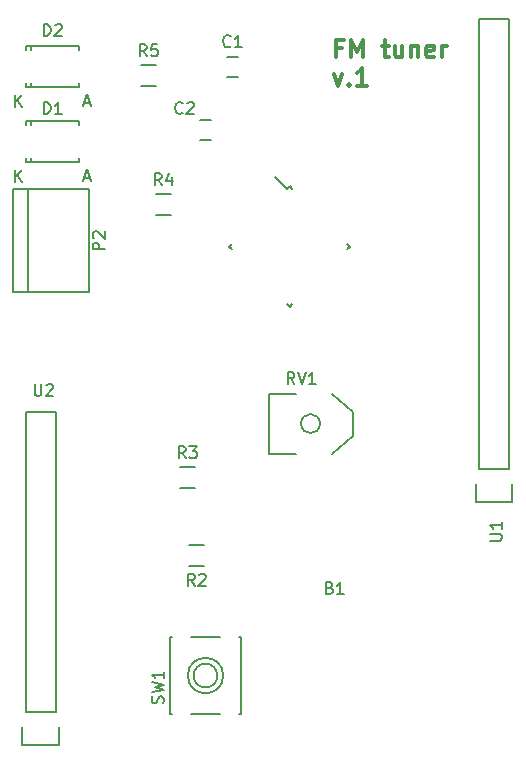
<source format=gbr>
G04 #@! TF.FileFunction,Legend,Top*
%FSLAX46Y46*%
G04 Gerber Fmt 4.6, Leading zero omitted, Abs format (unit mm)*
G04 Created by KiCad (PCBNEW 0.201508140901+6091~28~ubuntu14.04.1-product) date Sat 27 Feb 2016 11:06:28 PM EST*
%MOMM*%
G01*
G04 APERTURE LIST*
%ADD10C,0.100000*%
%ADD11C,0.300000*%
%ADD12C,0.150000*%
G04 APERTURE END LIST*
D10*
D11*
X45053143Y-22060857D02*
X44553143Y-22060857D01*
X44553143Y-22846571D02*
X44553143Y-21346571D01*
X45267429Y-21346571D01*
X45838857Y-22846571D02*
X45838857Y-21346571D01*
X46338857Y-22418000D01*
X46838857Y-21346571D01*
X46838857Y-22846571D01*
X48481714Y-21846571D02*
X49053143Y-21846571D01*
X48696000Y-21346571D02*
X48696000Y-22632286D01*
X48767428Y-22775143D01*
X48910286Y-22846571D01*
X49053143Y-22846571D01*
X50196000Y-21846571D02*
X50196000Y-22846571D01*
X49553143Y-21846571D02*
X49553143Y-22632286D01*
X49624571Y-22775143D01*
X49767429Y-22846571D01*
X49981714Y-22846571D01*
X50124571Y-22775143D01*
X50196000Y-22703714D01*
X50910286Y-21846571D02*
X50910286Y-22846571D01*
X50910286Y-21989429D02*
X50981714Y-21918000D01*
X51124572Y-21846571D01*
X51338857Y-21846571D01*
X51481714Y-21918000D01*
X51553143Y-22060857D01*
X51553143Y-22846571D01*
X52838857Y-22775143D02*
X52696000Y-22846571D01*
X52410286Y-22846571D01*
X52267429Y-22775143D01*
X52196000Y-22632286D01*
X52196000Y-22060857D01*
X52267429Y-21918000D01*
X52410286Y-21846571D01*
X52696000Y-21846571D01*
X52838857Y-21918000D01*
X52910286Y-22060857D01*
X52910286Y-22203714D01*
X52196000Y-22346571D01*
X53553143Y-22846571D02*
X53553143Y-21846571D01*
X53553143Y-22132286D02*
X53624571Y-21989429D01*
X53696000Y-21918000D01*
X53838857Y-21846571D01*
X53981714Y-21846571D01*
X44410286Y-24246571D02*
X44767429Y-25246571D01*
X45124571Y-24246571D01*
X45696000Y-25103714D02*
X45767428Y-25175143D01*
X45696000Y-25246571D01*
X45624571Y-25175143D01*
X45696000Y-25103714D01*
X45696000Y-25246571D01*
X47196000Y-25246571D02*
X46338857Y-25246571D01*
X46767429Y-25246571D02*
X46767429Y-23746571D01*
X46624572Y-23960857D01*
X46481714Y-24103714D01*
X46338857Y-24175143D01*
D12*
X30528000Y-71934000D02*
X30728000Y-71934000D01*
X36528000Y-71934000D02*
X36328000Y-71934000D01*
X36528000Y-78434000D02*
X36328000Y-78434000D01*
X30528000Y-78434000D02*
X30728000Y-78434000D01*
X32328000Y-78434000D02*
X34728000Y-78434000D01*
X32328000Y-71934000D02*
X34728000Y-71934000D01*
X30528000Y-71934000D02*
X30528000Y-78434000D01*
X36528000Y-78434000D02*
X36528000Y-71934000D01*
X34528000Y-75184000D02*
G75*
G03X34528000Y-75184000I-1000000J0D01*
G01*
X35028000Y-75184000D02*
G75*
G03X35028000Y-75184000I-1500000J0D01*
G01*
X40640000Y-33735476D02*
X40410190Y-33965286D01*
X45766524Y-38862000D02*
X45536714Y-39091810D01*
X40640000Y-43988524D02*
X40869810Y-43758714D01*
X35513476Y-38862000D02*
X35743286Y-38632190D01*
X40640000Y-33735476D02*
X40869810Y-33965286D01*
X35513476Y-38862000D02*
X35743286Y-39091810D01*
X40640000Y-43988524D02*
X40410190Y-43758714D01*
X45766524Y-38862000D02*
X45536714Y-38632190D01*
X40410190Y-33965286D02*
X39402563Y-32957658D01*
X41148000Y-51308000D02*
X38862000Y-51308000D01*
X38862000Y-51308000D02*
X38862000Y-56388000D01*
X38862000Y-56388000D02*
X41148000Y-56388000D01*
X44196000Y-51308000D02*
X45974000Y-52832000D01*
X45974000Y-52832000D02*
X45974000Y-54864000D01*
X45974000Y-54864000D02*
X44196000Y-56388000D01*
X43221219Y-53848000D02*
G75*
G03X43221219Y-53848000I-803219J0D01*
G01*
X18288000Y-78232000D02*
X18288000Y-52832000D01*
X18288000Y-52832000D02*
X20828000Y-52832000D01*
X20828000Y-52832000D02*
X20828000Y-78232000D01*
X18008000Y-81052000D02*
X18008000Y-79502000D01*
X18288000Y-78232000D02*
X20828000Y-78232000D01*
X21108000Y-79502000D02*
X21108000Y-81052000D01*
X21108000Y-81052000D02*
X18008000Y-81052000D01*
X17264540Y-34003100D02*
X17264540Y-42703100D01*
X23669540Y-34003100D02*
X23669540Y-42703100D01*
X23669540Y-42703100D02*
X17264540Y-42703100D01*
X18494540Y-42703100D02*
X18494540Y-34003100D01*
X17264540Y-34003100D02*
X23669540Y-34003100D01*
X18774860Y-31722060D02*
X18774860Y-31371540D01*
X18774860Y-28221940D02*
X18774860Y-28572460D01*
X22824440Y-31722060D02*
X22824440Y-31371540D01*
X18323560Y-31722060D02*
X18323560Y-31371540D01*
X18323560Y-28221940D02*
X18323560Y-28572460D01*
X22824440Y-28221940D02*
X22824440Y-28572460D01*
X18323560Y-31722060D02*
X22824440Y-31722060D01*
X18323560Y-28221940D02*
X22824440Y-28221940D01*
X18774860Y-25372060D02*
X18774860Y-25021540D01*
X18774860Y-21871940D02*
X18774860Y-22222460D01*
X22824440Y-25372060D02*
X22824440Y-25021540D01*
X18323560Y-25372060D02*
X18323560Y-25021540D01*
X18323560Y-21871940D02*
X18323560Y-22222460D01*
X22824440Y-21871940D02*
X22824440Y-22222460D01*
X18323560Y-25372060D02*
X22824440Y-25372060D01*
X18323560Y-21871940D02*
X22824440Y-21871940D01*
X36314000Y-22772000D02*
X35314000Y-22772000D01*
X35314000Y-24472000D02*
X36314000Y-24472000D01*
X34028000Y-28106000D02*
X33028000Y-28106000D01*
X33028000Y-29806000D02*
X34028000Y-29806000D01*
X32166000Y-64149000D02*
X33366000Y-64149000D01*
X33366000Y-65899000D02*
X32166000Y-65899000D01*
X32604000Y-59295000D02*
X31404000Y-59295000D01*
X31404000Y-57545000D02*
X32604000Y-57545000D01*
X30572000Y-36181000D02*
X29372000Y-36181000D01*
X29372000Y-34431000D02*
X30572000Y-34431000D01*
X29302000Y-25259000D02*
X28102000Y-25259000D01*
X28102000Y-23509000D02*
X29302000Y-23509000D01*
X59232800Y-57658000D02*
X59232800Y-19558000D01*
X59232800Y-19558000D02*
X56692800Y-19558000D01*
X56692800Y-19558000D02*
X56692800Y-57658000D01*
X56412800Y-60478000D02*
X56412800Y-58928000D01*
X56692800Y-57658000D02*
X59232800Y-57658000D01*
X59512800Y-58928000D02*
X59512800Y-60478000D01*
X59512800Y-60478000D02*
X56412800Y-60478000D01*
X29932762Y-77517333D02*
X29980381Y-77374476D01*
X29980381Y-77136380D01*
X29932762Y-77041142D01*
X29885143Y-76993523D01*
X29789905Y-76945904D01*
X29694667Y-76945904D01*
X29599429Y-76993523D01*
X29551810Y-77041142D01*
X29504190Y-77136380D01*
X29456571Y-77326857D01*
X29408952Y-77422095D01*
X29361333Y-77469714D01*
X29266095Y-77517333D01*
X29170857Y-77517333D01*
X29075619Y-77469714D01*
X29028000Y-77422095D01*
X28980381Y-77326857D01*
X28980381Y-77088761D01*
X29028000Y-76945904D01*
X28980381Y-76612571D02*
X29980381Y-76374476D01*
X29266095Y-76183999D01*
X29980381Y-75993523D01*
X28980381Y-75755428D01*
X29980381Y-74850666D02*
X29980381Y-75422095D01*
X29980381Y-75136381D02*
X28980381Y-75136381D01*
X29123238Y-75231619D01*
X29218476Y-75326857D01*
X29266095Y-75422095D01*
X41060762Y-50490381D02*
X40727428Y-50014190D01*
X40489333Y-50490381D02*
X40489333Y-49490381D01*
X40870286Y-49490381D01*
X40965524Y-49538000D01*
X41013143Y-49585619D01*
X41060762Y-49680857D01*
X41060762Y-49823714D01*
X41013143Y-49918952D01*
X40965524Y-49966571D01*
X40870286Y-50014190D01*
X40489333Y-50014190D01*
X41346476Y-49490381D02*
X41679809Y-50490381D01*
X42013143Y-49490381D01*
X42870286Y-50490381D02*
X42298857Y-50490381D01*
X42584571Y-50490381D02*
X42584571Y-49490381D01*
X42489333Y-49633238D01*
X42394095Y-49728476D01*
X42298857Y-49776095D01*
X19050095Y-50506381D02*
X19050095Y-51315905D01*
X19097714Y-51411143D01*
X19145333Y-51458762D01*
X19240571Y-51506381D01*
X19431048Y-51506381D01*
X19526286Y-51458762D01*
X19573905Y-51411143D01*
X19621524Y-51315905D01*
X19621524Y-50506381D01*
X20050095Y-50601619D02*
X20097714Y-50554000D01*
X20192952Y-50506381D01*
X20431048Y-50506381D01*
X20526286Y-50554000D01*
X20573905Y-50601619D01*
X20621524Y-50696857D01*
X20621524Y-50792095D01*
X20573905Y-50934952D01*
X20002476Y-51506381D01*
X20621524Y-51506381D01*
X24984381Y-39092095D02*
X23984381Y-39092095D01*
X23984381Y-38711142D01*
X24032000Y-38615904D01*
X24079619Y-38568285D01*
X24174857Y-38520666D01*
X24317714Y-38520666D01*
X24412952Y-38568285D01*
X24460571Y-38615904D01*
X24508190Y-38711142D01*
X24508190Y-39092095D01*
X24079619Y-38139714D02*
X24032000Y-38092095D01*
X23984381Y-37996857D01*
X23984381Y-37758761D01*
X24032000Y-37663523D01*
X24079619Y-37615904D01*
X24174857Y-37568285D01*
X24270095Y-37568285D01*
X24412952Y-37615904D01*
X24984381Y-38187333D01*
X24984381Y-37568285D01*
X44045239Y-67746571D02*
X44188096Y-67794190D01*
X44235715Y-67841810D01*
X44283334Y-67937048D01*
X44283334Y-68079905D01*
X44235715Y-68175143D01*
X44188096Y-68222762D01*
X44092858Y-68270381D01*
X43711905Y-68270381D01*
X43711905Y-67270381D01*
X44045239Y-67270381D01*
X44140477Y-67318000D01*
X44188096Y-67365619D01*
X44235715Y-67460857D01*
X44235715Y-67556095D01*
X44188096Y-67651333D01*
X44140477Y-67698952D01*
X44045239Y-67746571D01*
X43711905Y-67746571D01*
X45235715Y-68270381D02*
X44664286Y-68270381D01*
X44950000Y-68270381D02*
X44950000Y-67270381D01*
X44854762Y-67413238D01*
X44759524Y-67508476D01*
X44664286Y-67556095D01*
X19835905Y-27630381D02*
X19835905Y-26630381D01*
X20074000Y-26630381D01*
X20216858Y-26678000D01*
X20312096Y-26773238D01*
X20359715Y-26868476D01*
X20407334Y-27058952D01*
X20407334Y-27201810D01*
X20359715Y-27392286D01*
X20312096Y-27487524D01*
X20216858Y-27582762D01*
X20074000Y-27630381D01*
X19835905Y-27630381D01*
X21359715Y-27630381D02*
X20788286Y-27630381D01*
X21074000Y-27630381D02*
X21074000Y-26630381D01*
X20978762Y-26773238D01*
X20883524Y-26868476D01*
X20788286Y-26916095D01*
X17412095Y-33374381D02*
X17412095Y-32374381D01*
X17983524Y-33374381D02*
X17554952Y-32802952D01*
X17983524Y-32374381D02*
X17412095Y-32945810D01*
X23235905Y-33038667D02*
X23712096Y-33038667D01*
X23140667Y-33324381D02*
X23474000Y-32324381D01*
X23807334Y-33324381D01*
X19835905Y-21026381D02*
X19835905Y-20026381D01*
X20074000Y-20026381D01*
X20216858Y-20074000D01*
X20312096Y-20169238D01*
X20359715Y-20264476D01*
X20407334Y-20454952D01*
X20407334Y-20597810D01*
X20359715Y-20788286D01*
X20312096Y-20883524D01*
X20216858Y-20978762D01*
X20074000Y-21026381D01*
X19835905Y-21026381D01*
X20788286Y-20121619D02*
X20835905Y-20074000D01*
X20931143Y-20026381D01*
X21169239Y-20026381D01*
X21264477Y-20074000D01*
X21312096Y-20121619D01*
X21359715Y-20216857D01*
X21359715Y-20312095D01*
X21312096Y-20454952D01*
X20740667Y-21026381D01*
X21359715Y-21026381D01*
X17412095Y-27024381D02*
X17412095Y-26024381D01*
X17983524Y-27024381D02*
X17554952Y-26452952D01*
X17983524Y-26024381D02*
X17412095Y-26595810D01*
X23235905Y-26688667D02*
X23712096Y-26688667D01*
X23140667Y-26974381D02*
X23474000Y-25974381D01*
X23807334Y-26974381D01*
X35647334Y-21879143D02*
X35599715Y-21926762D01*
X35456858Y-21974381D01*
X35361620Y-21974381D01*
X35218762Y-21926762D01*
X35123524Y-21831524D01*
X35075905Y-21736286D01*
X35028286Y-21545810D01*
X35028286Y-21402952D01*
X35075905Y-21212476D01*
X35123524Y-21117238D01*
X35218762Y-21022000D01*
X35361620Y-20974381D01*
X35456858Y-20974381D01*
X35599715Y-21022000D01*
X35647334Y-21069619D01*
X36599715Y-21974381D02*
X36028286Y-21974381D01*
X36314000Y-21974381D02*
X36314000Y-20974381D01*
X36218762Y-21117238D01*
X36123524Y-21212476D01*
X36028286Y-21260095D01*
X31583334Y-27535143D02*
X31535715Y-27582762D01*
X31392858Y-27630381D01*
X31297620Y-27630381D01*
X31154762Y-27582762D01*
X31059524Y-27487524D01*
X31011905Y-27392286D01*
X30964286Y-27201810D01*
X30964286Y-27058952D01*
X31011905Y-26868476D01*
X31059524Y-26773238D01*
X31154762Y-26678000D01*
X31297620Y-26630381D01*
X31392858Y-26630381D01*
X31535715Y-26678000D01*
X31583334Y-26725619D01*
X31964286Y-26725619D02*
X32011905Y-26678000D01*
X32107143Y-26630381D01*
X32345239Y-26630381D01*
X32440477Y-26678000D01*
X32488096Y-26725619D01*
X32535715Y-26820857D01*
X32535715Y-26916095D01*
X32488096Y-27058952D01*
X31916667Y-27630381D01*
X32535715Y-27630381D01*
X32599334Y-67576381D02*
X32266000Y-67100190D01*
X32027905Y-67576381D02*
X32027905Y-66576381D01*
X32408858Y-66576381D01*
X32504096Y-66624000D01*
X32551715Y-66671619D01*
X32599334Y-66766857D01*
X32599334Y-66909714D01*
X32551715Y-67004952D01*
X32504096Y-67052571D01*
X32408858Y-67100190D01*
X32027905Y-67100190D01*
X32980286Y-66671619D02*
X33027905Y-66624000D01*
X33123143Y-66576381D01*
X33361239Y-66576381D01*
X33456477Y-66624000D01*
X33504096Y-66671619D01*
X33551715Y-66766857D01*
X33551715Y-66862095D01*
X33504096Y-67004952D01*
X32932667Y-67576381D01*
X33551715Y-67576381D01*
X31837334Y-56772381D02*
X31504000Y-56296190D01*
X31265905Y-56772381D02*
X31265905Y-55772381D01*
X31646858Y-55772381D01*
X31742096Y-55820000D01*
X31789715Y-55867619D01*
X31837334Y-55962857D01*
X31837334Y-56105714D01*
X31789715Y-56200952D01*
X31742096Y-56248571D01*
X31646858Y-56296190D01*
X31265905Y-56296190D01*
X32170667Y-55772381D02*
X32789715Y-55772381D01*
X32456381Y-56153333D01*
X32599239Y-56153333D01*
X32694477Y-56200952D01*
X32742096Y-56248571D01*
X32789715Y-56343810D01*
X32789715Y-56581905D01*
X32742096Y-56677143D01*
X32694477Y-56724762D01*
X32599239Y-56772381D01*
X32313524Y-56772381D01*
X32218286Y-56724762D01*
X32170667Y-56677143D01*
X29805334Y-33658381D02*
X29472000Y-33182190D01*
X29233905Y-33658381D02*
X29233905Y-32658381D01*
X29614858Y-32658381D01*
X29710096Y-32706000D01*
X29757715Y-32753619D01*
X29805334Y-32848857D01*
X29805334Y-32991714D01*
X29757715Y-33086952D01*
X29710096Y-33134571D01*
X29614858Y-33182190D01*
X29233905Y-33182190D01*
X30662477Y-32991714D02*
X30662477Y-33658381D01*
X30424381Y-32610762D02*
X30186286Y-33325048D01*
X30805334Y-33325048D01*
X28535334Y-22736381D02*
X28202000Y-22260190D01*
X27963905Y-22736381D02*
X27963905Y-21736381D01*
X28344858Y-21736381D01*
X28440096Y-21784000D01*
X28487715Y-21831619D01*
X28535334Y-21926857D01*
X28535334Y-22069714D01*
X28487715Y-22164952D01*
X28440096Y-22212571D01*
X28344858Y-22260190D01*
X27963905Y-22260190D01*
X29440096Y-21736381D02*
X28963905Y-21736381D01*
X28916286Y-22212571D01*
X28963905Y-22164952D01*
X29059143Y-22117333D01*
X29297239Y-22117333D01*
X29392477Y-22164952D01*
X29440096Y-22212571D01*
X29487715Y-22307810D01*
X29487715Y-22545905D01*
X29440096Y-22641143D01*
X29392477Y-22688762D01*
X29297239Y-22736381D01*
X29059143Y-22736381D01*
X28963905Y-22688762D01*
X28916286Y-22641143D01*
X57618381Y-63753905D02*
X58427905Y-63753905D01*
X58523143Y-63706286D01*
X58570762Y-63658667D01*
X58618381Y-63563429D01*
X58618381Y-63372952D01*
X58570762Y-63277714D01*
X58523143Y-63230095D01*
X58427905Y-63182476D01*
X57618381Y-63182476D01*
X58618381Y-62182476D02*
X58618381Y-62753905D01*
X58618381Y-62468191D02*
X57618381Y-62468191D01*
X57761238Y-62563429D01*
X57856476Y-62658667D01*
X57904095Y-62753905D01*
M02*

</source>
